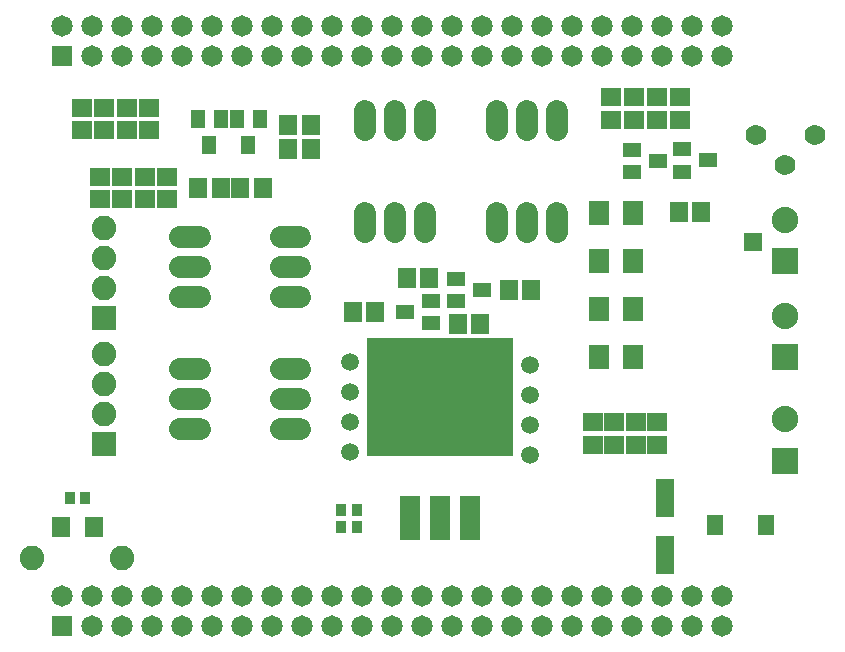
<source format=gts>
G75*
%MOIN*%
%OFA0B0*%
%FSLAX25Y25*%
%IPPOS*%
%LPD*%
%AMOC8*
5,1,8,0,0,1.08239X$1,22.5*
%
%ADD10R,0.07137X0.07137*%
%ADD11C,0.07137*%
%ADD12R,0.48831X0.39186*%
%ADD13R,0.07099X0.14580*%
%ADD14R,0.08800X0.08800*%
%ADD15C,0.08800*%
%ADD16R,0.05800X0.06587*%
%ADD17R,0.06312X0.12611*%
%ADD18R,0.06312X0.07099*%
%ADD19R,0.03556X0.04343*%
%ADD20C,0.08200*%
%ADD21C,0.07200*%
%ADD22R,0.05918X0.07099*%
%ADD23R,0.04737X0.06312*%
%ADD24R,0.06312X0.04737*%
%ADD25R,0.07099X0.05918*%
%ADD26C,0.06940*%
%ADD27R,0.07099X0.07898*%
%ADD28R,0.08200X0.08200*%
%ADD29C,0.05950*%
%ADD30R,0.05950X0.05950*%
D10*
X0080000Y0091833D03*
X0080000Y0281833D03*
D11*
X0090000Y0281833D03*
X0100000Y0281833D03*
X0110000Y0281833D03*
X0120000Y0281833D03*
X0130000Y0281833D03*
X0140000Y0281833D03*
X0150000Y0281833D03*
X0160000Y0281833D03*
X0170000Y0281833D03*
X0180000Y0281833D03*
X0190000Y0281833D03*
X0200000Y0281833D03*
X0210000Y0281833D03*
X0220000Y0281833D03*
X0230000Y0281833D03*
X0240000Y0281833D03*
X0250000Y0281833D03*
X0260000Y0281833D03*
X0270000Y0281833D03*
X0280000Y0281833D03*
X0290000Y0281833D03*
X0300000Y0281833D03*
X0300000Y0291833D03*
X0290000Y0291833D03*
X0280000Y0291833D03*
X0270000Y0291833D03*
X0260000Y0291833D03*
X0250000Y0291833D03*
X0240000Y0291833D03*
X0230000Y0291833D03*
X0220000Y0291833D03*
X0210000Y0291833D03*
X0200000Y0291833D03*
X0190000Y0291833D03*
X0180000Y0291833D03*
X0170000Y0291833D03*
X0160000Y0291833D03*
X0150000Y0291833D03*
X0140000Y0291833D03*
X0130000Y0291833D03*
X0120000Y0291833D03*
X0110000Y0291833D03*
X0100000Y0291833D03*
X0090000Y0291833D03*
X0080000Y0291833D03*
X0080000Y0101833D03*
X0090000Y0101833D03*
X0090000Y0091833D03*
X0100000Y0091833D03*
X0110000Y0091833D03*
X0120000Y0091833D03*
X0130000Y0091833D03*
X0140000Y0091833D03*
X0150000Y0091833D03*
X0160000Y0091833D03*
X0170000Y0091833D03*
X0180000Y0091833D03*
X0190000Y0091833D03*
X0200000Y0091833D03*
X0210000Y0091833D03*
X0220000Y0091833D03*
X0230000Y0091833D03*
X0240000Y0091833D03*
X0250000Y0091833D03*
X0260000Y0091833D03*
X0270000Y0091833D03*
X0280000Y0091833D03*
X0290000Y0091833D03*
X0300000Y0091833D03*
X0300000Y0101833D03*
X0290000Y0101833D03*
X0280000Y0101833D03*
X0270000Y0101833D03*
X0260000Y0101833D03*
X0250000Y0101833D03*
X0240000Y0101833D03*
X0230000Y0101833D03*
X0220000Y0101833D03*
X0210000Y0101833D03*
X0200000Y0101833D03*
X0190000Y0101833D03*
X0180000Y0101833D03*
X0170000Y0101833D03*
X0160000Y0101833D03*
X0150000Y0101833D03*
X0140000Y0101833D03*
X0130000Y0101833D03*
X0120000Y0101833D03*
X0110000Y0101833D03*
X0100000Y0101833D03*
D12*
X0206000Y0168207D03*
D13*
X0206000Y0127755D03*
X0196000Y0127755D03*
X0216000Y0127755D03*
D14*
X0321000Y0146833D03*
X0321000Y0181333D03*
X0321000Y0213333D03*
D15*
X0321000Y0227113D03*
X0321000Y0195113D03*
X0321000Y0160613D03*
D16*
X0314465Y0125333D03*
X0297535Y0125333D03*
D17*
X0281000Y0134282D03*
X0281000Y0115385D03*
D18*
X0090512Y0124833D03*
X0079488Y0124833D03*
D19*
X0082441Y0134333D03*
X0087559Y0134333D03*
X0172941Y0130333D03*
X0178059Y0130333D03*
X0178059Y0124833D03*
X0172941Y0124833D03*
D20*
X0100000Y0114333D03*
X0070000Y0114333D03*
X0094000Y0162333D03*
X0094000Y0172333D03*
X0094000Y0182333D03*
X0094000Y0204333D03*
X0094000Y0214333D03*
X0094000Y0224333D03*
D21*
X0119300Y0221333D02*
X0125700Y0221333D01*
X0125700Y0211333D02*
X0119300Y0211333D01*
X0119300Y0201333D02*
X0125700Y0201333D01*
X0125700Y0177333D02*
X0119300Y0177333D01*
X0119300Y0167333D02*
X0125700Y0167333D01*
X0125700Y0157333D02*
X0119300Y0157333D01*
X0152800Y0157333D02*
X0159200Y0157333D01*
X0159200Y0167333D02*
X0152800Y0167333D01*
X0152800Y0177333D02*
X0159200Y0177333D01*
X0159200Y0201333D02*
X0152800Y0201333D01*
X0152800Y0211333D02*
X0159200Y0211333D01*
X0159200Y0221333D02*
X0152800Y0221333D01*
X0181000Y0223133D02*
X0181000Y0229533D01*
X0191000Y0229533D02*
X0191000Y0223133D01*
X0201000Y0223133D02*
X0201000Y0229533D01*
X0225000Y0229533D02*
X0225000Y0223133D01*
X0235000Y0223133D02*
X0235000Y0229533D01*
X0245000Y0229533D02*
X0245000Y0223133D01*
X0245000Y0257133D02*
X0245000Y0263533D01*
X0235000Y0263533D02*
X0235000Y0257133D01*
X0225000Y0257133D02*
X0225000Y0263533D01*
X0201000Y0263533D02*
X0201000Y0257133D01*
X0191000Y0257133D02*
X0191000Y0263533D01*
X0181000Y0263533D02*
X0181000Y0257133D01*
D22*
X0162740Y0258833D03*
X0155260Y0258833D03*
X0155260Y0250833D03*
X0162740Y0250833D03*
X0146740Y0237833D03*
X0139260Y0237833D03*
X0132740Y0237833D03*
X0125260Y0237833D03*
X0176760Y0196333D03*
X0184240Y0196333D03*
X0194760Y0207833D03*
X0202240Y0207833D03*
X0211760Y0192333D03*
X0219240Y0192333D03*
X0228760Y0203833D03*
X0236240Y0203833D03*
X0285460Y0229633D03*
X0292940Y0229633D03*
D23*
X0145740Y0260664D03*
X0138260Y0260664D03*
X0132740Y0260664D03*
X0125260Y0260664D03*
X0129000Y0252003D03*
X0142000Y0252003D03*
D24*
X0194169Y0196333D03*
X0202831Y0192593D03*
X0202831Y0200073D03*
X0211169Y0200093D03*
X0211169Y0207573D03*
X0219831Y0203833D03*
X0269869Y0243093D03*
X0269869Y0250573D03*
X0278531Y0246833D03*
X0286569Y0243193D03*
X0286569Y0250673D03*
X0295231Y0246933D03*
D25*
X0285900Y0260493D03*
X0285900Y0267973D03*
X0278300Y0267973D03*
X0278300Y0260493D03*
X0270600Y0260493D03*
X0270600Y0267973D03*
X0263000Y0267973D03*
X0263000Y0260493D03*
X0263900Y0159673D03*
X0256700Y0159673D03*
X0256700Y0152193D03*
X0263900Y0152193D03*
X0271100Y0152193D03*
X0278300Y0152193D03*
X0278300Y0159673D03*
X0271100Y0159673D03*
X0115000Y0234093D03*
X0115000Y0241573D03*
X0107500Y0241573D03*
X0107500Y0234093D03*
X0100000Y0234093D03*
X0100000Y0241573D03*
X0092500Y0241573D03*
X0092500Y0234093D03*
X0094000Y0257093D03*
X0094000Y0264573D03*
X0101500Y0264573D03*
X0101500Y0257093D03*
X0109000Y0257093D03*
X0109000Y0264573D03*
X0086500Y0264573D03*
X0086500Y0257093D03*
D26*
X0311157Y0255255D03*
X0321000Y0245412D03*
X0330843Y0255255D03*
D27*
X0270098Y0229333D03*
X0258902Y0229333D03*
X0258902Y0213333D03*
X0270098Y0213333D03*
X0270098Y0197333D03*
X0258902Y0197333D03*
X0258902Y0181333D03*
X0270098Y0181333D03*
D28*
X0094000Y0194333D03*
X0094000Y0152333D03*
D29*
X0176000Y0149833D03*
X0176000Y0159833D03*
X0176000Y0169833D03*
X0176000Y0179833D03*
X0236000Y0178833D03*
X0236000Y0168833D03*
X0236000Y0158833D03*
X0236000Y0148833D03*
D30*
X0310200Y0219833D03*
M02*

</source>
